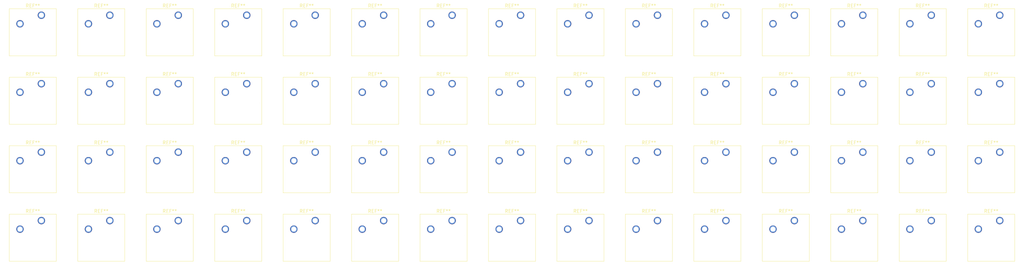
<source format=kicad_pcb>
(kicad_pcb (version 20211014) (generator pcbnew)
  (layers (0 "F.Cu" signal) (31 "B.Cu" signal) (34 "B.Paste" user) (35 "F.Paste" user) (36 "B.SilkS" user "B.Silkscreen") (37 "F.SilkS" user "F.Silkscreen") (38 "B.Mask" user) (39 "F.Mask" user) (44 "Edge.Cuts" user))
  (net 0 "")
  (footprint "Button_Switch_Keyboard:SW_Cherry_MX_1.00u_PCB" (layer "F.Cu") (at 93.98 48.26)
    (fp_text reference "REF**" (at -2.54 -2.794) (layer "F.SilkS"))
    (fp_text value "SW_Cherry_MX_1.00u_PCB")
    (pad "" np_thru_hole circle (at -2.54 5.08) (size 4 4) (drill 4) (layers *.Cu *.Mask))
    (pad "" np_thru_hole circle (at -7.62 5.08) (size 1.7 1.7) (drill 1.7) (layers *.Cu *.Mask))
    (pad "" np_thru_hole circle (at 2.54 5.08) (size 1.7 1.7) (drill 1.7) (layers *.Cu *.Mask))
    (pad "1" thru_hole circle (at 0 0) (size 2.2 2.2) (drill 1.5) (layers *.Cu *.Mask))
    (pad "2" thru_hole circle (at -6.35 2.54) (size 2.2 2.2) (drill 1.5) (layers *.Cu *.Mask))
  )
  (footprint "Button_Switch_Keyboard:SW_Cherry_MX_1.00u_PCB" (layer "F.Cu") (at 175.26 109.22)
    (fp_text reference "REF**" (at -2.54 -2.794) (layer "F.SilkS"))
    (fp_text value "SW_Cherry_MX_1.00u_PCB")
    (pad "" np_thru_hole circle (at -2.54 5.08) (size 4 4) (drill 4) (layers *.Cu *.Mask))
    (pad "" np_thru_hole circle (at -7.62 5.08) (size 1.7 1.7) (drill 1.7) (layers *.Cu *.Mask))
    (pad "" np_thru_hole circle (at 2.54 5.08) (size 1.7 1.7) (drill 1.7) (layers *.Cu *.Mask))
    (pad "1" thru_hole circle (at 0 0) (size 2.2 2.2) (drill 1.5) (layers *.Cu *.Mask))
    (pad "2" thru_hole circle (at -6.35 2.54) (size 2.2 2.2) (drill 1.5) (layers *.Cu *.Mask))
  )
  (footprint "Button_Switch_Keyboard:SW_Cherry_MX_1.00u_PCB" (layer "F.Cu") (at 276.86 48.26)
    (fp_text reference "REF**" (at -2.54 -2.794) (layer "F.SilkS"))
    (fp_text value "SW_Cherry_MX_1.00u_PCB")
    (pad "" np_thru_hole circle (at -2.54 5.08) (size 4 4) (drill 4) (layers *.Cu *.Mask))
    (pad "" np_thru_hole circle (at -7.62 5.08) (size 1.7 1.7) (drill 1.7) (layers *.Cu *.Mask))
    (pad "" np_thru_hole circle (at 2.54 5.08) (size 1.7 1.7) (drill 1.7) (layers *.Cu *.Mask))
    (pad "1" thru_hole circle (at 0 0) (size 2.2 2.2) (drill 1.5) (layers *.Cu *.Mask))
    (pad "2" thru_hole circle (at -6.35 2.54) (size 2.2 2.2) (drill 1.5) (layers *.Cu *.Mask))
  )
  (footprint "Button_Switch_Keyboard:SW_Cherry_MX_1.00u_PCB" (layer "F.Cu") (at 93.98 109.22)
    (fp_text reference "REF**" (at -2.54 -2.794) (layer "F.SilkS"))
    (fp_text value "SW_Cherry_MX_1.00u_PCB")
    (pad "" np_thru_hole circle (at -2.54 5.08) (size 4 4) (drill 4) (layers *.Cu *.Mask))
    (pad "" np_thru_hole circle (at -7.62 5.08) (size 1.7 1.7) (drill 1.7) (layers *.Cu *.Mask))
    (pad "" np_thru_hole circle (at 2.54 5.08) (size 1.7 1.7) (drill 1.7) (layers *.Cu *.Mask))
    (pad "1" thru_hole circle (at 0 0) (size 2.2 2.2) (drill 1.5) (layers *.Cu *.Mask))
    (pad "2" thru_hole circle (at -6.35 2.54) (size 2.2 2.2) (drill 1.5) (layers *.Cu *.Mask))
  )
  (footprint "Button_Switch_Keyboard:SW_Cherry_MX_1.00u_PCB" (layer "F.Cu") (at 53.34 68.58)
    (fp_text reference "REF**" (at -2.54 -2.794) (layer "F.SilkS"))
    (fp_text value "SW_Cherry_MX_1.00u_PCB")
    (pad "" np_thru_hole circle (at -2.54 5.08) (size 4 4) (drill 4) (layers *.Cu *.Mask))
    (pad "" np_thru_hole circle (at -7.62 5.08) (size 1.7 1.7) (drill 1.7) (layers *.Cu *.Mask))
    (pad "" np_thru_hole circle (at 2.54 5.08) (size 1.7 1.7) (drill 1.7) (layers *.Cu *.Mask))
    (pad "1" thru_hole circle (at 0 0) (size 2.2 2.2) (drill 1.5) (layers *.Cu *.Mask))
    (pad "2" thru_hole circle (at -6.35 2.54) (size 2.2 2.2) (drill 1.5) (layers *.Cu *.Mask))
  )
  (footprint "Button_Switch_Keyboard:SW_Cherry_MX_1.00u_PCB" (layer "F.Cu") (at 236.22 48.26)
    (fp_text reference "REF**" (at -2.54 -2.794) (layer "F.SilkS"))
    (fp_text value "SW_Cherry_MX_1.00u_PCB")
    (pad "" np_thru_hole circle (at -2.54 5.08) (size 4 4) (drill 4) (layers *.Cu *.Mask))
    (pad "" np_thru_hole circle (at -7.62 5.08) (size 1.7 1.7) (drill 1.7) (layers *.Cu *.Mask))
    (pad "" np_thru_hole circle (at 2.54 5.08) (size 1.7 1.7) (drill 1.7) (layers *.Cu *.Mask))
    (pad "1" thru_hole circle (at 0 0) (size 2.2 2.2) (drill 1.5) (layers *.Cu *.Mask))
    (pad "2" thru_hole circle (at -6.35 2.54) (size 2.2 2.2) (drill 1.5) (layers *.Cu *.Mask))
  )
  (footprint "Button_Switch_Keyboard:SW_Cherry_MX_1.00u_PCB" (layer "F.Cu") (at 114.3 48.26)
    (fp_text reference "REF**" (at -2.54 -2.794) (layer "F.SilkS"))
    (fp_text value "SW_Cherry_MX_1.00u_PCB")
    (pad "" np_thru_hole circle (at -2.54 5.08) (size 4 4) (drill 4) (layers *.Cu *.Mask))
    (pad "" np_thru_hole circle (at -7.62 5.08) (size 1.7 1.7) (drill 1.7) (layers *.Cu *.Mask))
    (pad "" np_thru_hole circle (at 2.54 5.08) (size 1.7 1.7) (drill 1.7) (layers *.Cu *.Mask))
    (pad "1" thru_hole circle (at 0 0) (size 2.2 2.2) (drill 1.5) (layers *.Cu *.Mask))
    (pad "2" thru_hole circle (at -6.35 2.54) (size 2.2 2.2) (drill 1.5) (layers *.Cu *.Mask))
  )
  (footprint "Button_Switch_Keyboard:SW_Cherry_MX_1.00u_PCB" (layer "F.Cu") (at 195.58 88.9)
    (fp_text reference "REF**" (at -2.54 -2.794) (layer "F.SilkS"))
    (fp_text value "SW_Cherry_MX_1.00u_PCB")
    (pad "" np_thru_hole circle (at -2.54 5.08) (size 4 4) (drill 4) (layers *.Cu *.Mask))
    (pad "" np_thru_hole circle (at -7.62 5.08) (size 1.7 1.7) (drill 1.7) (layers *.Cu *.Mask))
    (pad "" np_thru_hole circle (at 2.54 5.08) (size 1.7 1.7) (drill 1.7) (layers *.Cu *.Mask))
    (pad "1" thru_hole circle (at 0 0) (size 2.2 2.2) (drill 1.5) (layers *.Cu *.Mask))
    (pad "2" thru_hole circle (at -6.35 2.54) (size 2.2 2.2) (drill 1.5) (layers *.Cu *.Mask))
  )
  (footprint "Button_Switch_Keyboard:SW_Cherry_MX_1.00u_PCB" (layer "F.Cu") (at 317.5 48.26)
    (fp_text reference "REF**" (at -2.54 -2.794) (layer "F.SilkS"))
    (fp_text value "SW_Cherry_MX_1.00u_PCB")
    (pad "" np_thru_hole circle (at -2.54 5.08) (size 4 4) (drill 4) (layers *.Cu *.Mask))
    (pad "" np_thru_hole circle (at -7.62 5.08) (size 1.7 1.7) (drill 1.7) (layers *.Cu *.Mask))
    (pad "" np_thru_hole circle (at 2.54 5.08) (size 1.7 1.7) (drill 1.7) (layers *.Cu *.Mask))
    (pad "1" thru_hole circle (at 0 0) (size 2.2 2.2) (drill 1.5) (layers *.Cu *.Mask))
    (pad "2" thru_hole circle (at -6.35 2.54) (size 2.2 2.2) (drill 1.5) (layers *.Cu *.Mask))
  )
  (footprint "Button_Switch_Keyboard:SW_Cherry_MX_1.00u_PCB" (layer "F.Cu") (at 114.3 88.9)
    (fp_text reference "REF**" (at -2.54 -2.794) (layer "F.SilkS"))
    (fp_text value "SW_Cherry_MX_1.00u_PCB")
    (pad "" np_thru_hole circle (at -2.54 5.08) (size 4 4) (drill 4) (layers *.Cu *.Mask))
    (pad "" np_thru_hole circle (at -7.62 5.08) (size 1.7 1.7) (drill 1.7) (layers *.Cu *.Mask))
    (pad "" np_thru_hole circle (at 2.54 5.08) (size 1.7 1.7) (drill 1.7) (layers *.Cu *.Mask))
    (pad "1" thru_hole circle (at 0 0) (size 2.2 2.2) (drill 1.5) (layers *.Cu *.Mask))
    (pad "2" thru_hole circle (at -6.35 2.54) (size 2.2 2.2) (drill 1.5) (layers *.Cu *.Mask))
  )
  (footprint "Button_Switch_Keyboard:SW_Cherry_MX_1.00u_PCB" (layer "F.Cu") (at 236.22 68.58)
    (fp_text reference "REF**" (at -2.54 -2.794) (layer "F.SilkS"))
    (fp_text value "SW_Cherry_MX_1.00u_PCB")
    (pad "" np_thru_hole circle (at -2.54 5.08) (size 4 4) (drill 4) (layers *.Cu *.Mask))
    (pad "" np_thru_hole circle (at -7.62 5.08) (size 1.7 1.7) (drill 1.7) (layers *.Cu *.Mask))
    (pad "" np_thru_hole circle (at 2.54 5.08) (size 1.7 1.7) (drill 1.7) (layers *.Cu *.Mask))
    (pad "1" thru_hole circle (at 0 0) (size 2.2 2.2) (drill 1.5) (layers *.Cu *.Mask))
    (pad "2" thru_hole circle (at -6.35 2.54) (size 2.2 2.2) (drill 1.5) (layers *.Cu *.Mask))
  )
  (footprint "Button_Switch_Keyboard:SW_Cherry_MX_1.00u_PCB" (layer "F.Cu") (at 73.66 68.58)
    (fp_text reference "REF**" (at -2.54 -2.794) (layer "F.SilkS"))
    (fp_text value "SW_Cherry_MX_1.00u_PCB")
    (pad "" np_thru_hole circle (at -2.54 5.08) (size 4 4) (drill 4) (layers *.Cu *.Mask))
    (pad "" np_thru_hole circle (at -7.62 5.08) (size 1.7 1.7) (drill 1.7) (layers *.Cu *.Mask))
    (pad "" np_thru_hole circle (at 2.54 5.08) (size 1.7 1.7) (drill 1.7) (layers *.Cu *.Mask))
    (pad "1" thru_hole circle (at 0 0) (size 2.2 2.2) (drill 1.5) (layers *.Cu *.Mask))
    (pad "2" thru_hole circle (at -6.35 2.54) (size 2.2 2.2) (drill 1.5) (layers *.Cu *.Mask))
  )
  (footprint "Button_Switch_Keyboard:SW_Cherry_MX_1.00u_PCB" (layer "F.Cu") (at 175.26 68.58)
    (fp_text reference "REF**" (at -2.54 -2.794) (layer "F.SilkS"))
    (fp_text value "SW_Cherry_MX_1.00u_PCB")
    (pad "" np_thru_hole circle (at -2.54 5.08) (size 4 4) (drill 4) (layers *.Cu *.Mask))
    (pad "" np_thru_hole circle (at -7.62 5.08) (size 1.7 1.7) (drill 1.7) (layers *.Cu *.Mask))
    (pad "" np_thru_hole circle (at 2.54 5.08) (size 1.7 1.7) (drill 1.7) (layers *.Cu *.Mask))
    (pad "1" thru_hole circle (at 0 0) (size 2.2 2.2) (drill 1.5) (layers *.Cu *.Mask))
    (pad "2" thru_hole circle (at -6.35 2.54) (size 2.2 2.2) (drill 1.5) (layers *.Cu *.Mask))
  )
  (footprint "Button_Switch_Keyboard:SW_Cherry_MX_1.00u_PCB" (layer "F.Cu") (at 114.3 68.58)
    (fp_text reference "REF**" (at -2.54 -2.794) (layer "F.SilkS"))
    (fp_text value "SW_Cherry_MX_1.00u_PCB")
    (pad "" np_thru_hole circle (at -2.54 5.08) (size 4 4) (drill 4) (layers *.Cu *.Mask))
    (pad "" np_thru_hole circle (at -7.62 5.08) (size 1.7 1.7) (drill 1.7) (layers *.Cu *.Mask))
    (pad "" np_thru_hole circle (at 2.54 5.08) (size 1.7 1.7) (drill 1.7) (layers *.Cu *.Mask))
    (pad "1" thru_hole circle (at 0 0) (size 2.2 2.2) (drill 1.5) (layers *.Cu *.Mask))
    (pad "2" thru_hole circle (at -6.35 2.54) (size 2.2 2.2) (drill 1.5) (layers *.Cu *.Mask))
  )
  (footprint "Button_Switch_Keyboard:SW_Cherry_MX_1.00u_PCB" (layer "F.Cu") (at 276.86 109.22)
    (fp_text reference "REF**" (at -2.54 -2.794) (layer "F.SilkS"))
    (fp_text value "SW_Cherry_MX_1.00u_PCB")
    (pad "" np_thru_hole circle (at -2.54 5.08) (size 4 4) (drill 4) (layers *.Cu *.Mask))
    (pad "" np_thru_hole circle (at -7.62 5.08) (size 1.7 1.7) (drill 1.7) (layers *.Cu *.Mask))
    (pad "" np_thru_hole circle (at 2.54 5.08) (size 1.7 1.7) (drill 1.7) (layers *.Cu *.Mask))
    (pad "1" thru_hole circle (at 0 0) (size 2.2 2.2) (drill 1.5) (layers *.Cu *.Mask))
    (pad "2" thru_hole circle (at -6.35 2.54) (size 2.2 2.2) (drill 1.5) (layers *.Cu *.Mask))
  )
  (footprint "Button_Switch_Keyboard:SW_Cherry_MX_1.00u_PCB" (layer "F.Cu") (at 215.9 68.58)
    (fp_text reference "REF**" (at -2.54 -2.794) (layer "F.SilkS"))
    (fp_text value "SW_Cherry_MX_1.00u_PCB")
    (pad "" np_thru_hole circle (at -2.54 5.08) (size 4 4) (drill 4) (layers *.Cu *.Mask))
    (pad "" np_thru_hole circle (at -7.62 5.08) (size 1.7 1.7) (drill 1.7) (layers *.Cu *.Mask))
    (pad "" np_thru_hole circle (at 2.54 5.08) (size 1.7 1.7) (drill 1.7) (layers *.Cu *.Mask))
    (pad "1" thru_hole circle (at 0 0) (size 2.2 2.2) (drill 1.5) (layers *.Cu *.Mask))
    (pad "2" thru_hole circle (at -6.35 2.54) (size 2.2 2.2) (drill 1.5) (layers *.Cu *.Mask))
  )
  (footprint "Button_Switch_Keyboard:SW_Cherry_MX_1.00u_PCB" (layer "F.Cu") (at 73.66 109.22)
    (fp_text reference "REF**" (at -2.54 -2.794) (layer "F.SilkS"))
    (fp_text value "SW_Cherry_MX_1.00u_PCB")
    (pad "" np_thru_hole circle (at -2.54 5.08) (size 4 4) (drill 4) (layers *.Cu *.Mask))
    (pad "" np_thru_hole circle (at -7.62 5.08) (size 1.7 1.7) (drill 1.7) (layers *.Cu *.Mask))
    (pad "" np_thru_hole circle (at 2.54 5.08) (size 1.7 1.7) (drill 1.7) (layers *.Cu *.Mask))
    (pad "1" thru_hole circle (at 0 0) (size 2.2 2.2) (drill 1.5) (layers *.Cu *.Mask))
    (pad "2" thru_hole circle (at -6.35 2.54) (size 2.2 2.2) (drill 1.5) (layers *.Cu *.Mask))
  )
  (footprint "Button_Switch_Keyboard:SW_Cherry_MX_1.00u_PCB" (layer "F.Cu") (at 317.5 68.58)
    (fp_text reference "REF**" (at -2.54 -2.794) (layer "F.SilkS"))
    (fp_text value "SW_Cherry_MX_1.00u_PCB")
    (pad "" np_thru_hole circle (at -2.54 5.08) (size 4 4) (drill 4) (layers *.Cu *.Mask))
    (pad "" np_thru_hole circle (at -7.62 5.08) (size 1.7 1.7) (drill 1.7) (layers *.Cu *.Mask))
    (pad "" np_thru_hole circle (at 2.54 5.08) (size 1.7 1.7) (drill 1.7) (layers *.Cu *.Mask))
    (pad "1" thru_hole circle (at 0 0) (size 2.2 2.2) (drill 1.5) (layers *.Cu *.Mask))
    (pad "2" thru_hole circle (at -6.35 2.54) (size 2.2 2.2) (drill 1.5) (layers *.Cu *.Mask))
  )
  (footprint "Button_Switch_Keyboard:SW_Cherry_MX_1.00u_PCB" (layer "F.Cu") (at 195.58 48.26)
    (fp_text reference "REF**" (at -2.54 -2.794) (layer "F.SilkS"))
    (fp_text value "SW_Cherry_MX_1.00u_PCB")
    (pad "" np_thru_hole circle (at -2.54 5.08) (size 4 4) (drill 4) (layers *.Cu *.Mask))
    (pad "" np_thru_hole circle (at -7.62 5.08) (size 1.7 1.7) (drill 1.7) (layers *.Cu *.Mask))
    (pad "" np_thru_hole circle (at 2.54 5.08) (size 1.7 1.7) (drill 1.7) (layers *.Cu *.Mask))
    (pad "1" thru_hole circle (at 0 0) (size 2.2 2.2) (drill 1.5) (layers *.Cu *.Mask))
    (pad "2" thru_hole circle (at -6.35 2.54) (size 2.2 2.2) (drill 1.5) (layers *.Cu *.Mask))
  )
  (footprint "Button_Switch_Keyboard:SW_Cherry_MX_1.00u_PCB" (layer "F.Cu") (at 256.54 88.9)
    (fp_text reference "REF**" (at -2.54 -2.794) (layer "F.SilkS"))
    (fp_text value "SW_Cherry_MX_1.00u_PCB")
    (pad "" np_thru_hole circle (at -2.54 5.08) (size 4 4) (drill 4) (layers *.Cu *.Mask))
    (pad "" np_thru_hole circle (at -7.62 5.08) (size 1.7 1.7) (drill 1.7) (layers *.Cu *.Mask))
    (pad "" np_thru_hole circle (at 2.54 5.08) (size 1.7 1.7) (drill 1.7) (layers *.Cu *.Mask))
    (pad "1" thru_hole circle (at 0 0) (size 2.2 2.2) (drill 1.5) (layers *.Cu *.Mask))
    (pad "2" thru_hole circle (at -6.35 2.54) (size 2.2 2.2) (drill 1.5) (layers *.Cu *.Mask))
  )
  (footprint "Button_Switch_Keyboard:SW_Cherry_MX_1.00u_PCB" (layer "F.Cu") (at 33.02 88.9)
    (fp_text reference "REF**" (at -2.54 -2.794) (layer "F.SilkS"))
    (fp_text value "SW_Cherry_MX_1.00u_PCB")
    (pad "" np_thru_hole circle (at -2.54 5.08) (size 4 4) (drill 4) (layers *.Cu *.Mask))
    (pad "" np_thru_hole circle (at -7.62 5.08) (size 1.7 1.7) (drill 1.7) (layers *.Cu *.Mask))
    (pad "" np_thru_hole circle (at 2.54 5.08) (size 1.7 1.7) (drill 1.7) (layers *.Cu *.Mask))
    (pad "1" thru_hole circle (at 0 0) (size 2.2 2.2) (drill 1.5) (layers *.Cu *.Mask))
    (pad "2" thru_hole circle (at -6.35 2.54) (size 2.2 2.2) (drill 1.5) (layers *.Cu *.Mask))
  )
  (footprint "Button_Switch_Keyboard:SW_Cherry_MX_1.00u_PCB" (layer "F.Cu") (at 154.94 68.58)
    (fp_text reference "REF**" (at -2.54 -2.794) (layer "F.SilkS"))
    (fp_text value "SW_Cherry_MX_1.00u_PCB")
    (pad "" np_thru_hole circle (at -2.54 5.08) (size 4 4) (drill 4) (layers *.Cu *.Mask))
    (pad "" np_thru_hole circle (at -7.62 5.08) (size 1.7 1.7) (drill 1.7) (layers *.Cu *.Mask))
    (pad "" np_thru_hole circle (at 2.54 5.08) (size 1.7 1.7) (drill 1.7) (layers *.Cu *.Mask))
    (pad "1" thru_hole circle (at 0 0) (size 2.2 2.2) (drill 1.5) (layers *.Cu *.Mask))
    (pad "2" thru_hole circle (at -6.35 2.54) (size 2.2 2.2) (drill 1.5) (layers *.Cu *.Mask))
  )
  (footprint "Button_Switch_Keyboard:SW_Cherry_MX_1.00u_PCB" (layer "F.Cu") (at 236.22 88.9)
    (fp_text reference "REF**" (at -2.54 -2.794) (layer "F.SilkS"))
    (fp_text value "SW_Cherry_MX_1.00u_PCB")
    (pad "" np_thru_hole circle (at -2.54 5.08) (size 4 4) (drill 4) (layers *.Cu *.Mask))
    (pad "" np_thru_hole circle (at -7.62 5.08) (size 1.7 1.7) (drill 1.7) (layers *.Cu *.Mask))
    (pad "" np_thru_hole circle (at 2.54 5.08) (size 1.7 1.7) (drill 1.7) (layers *.Cu *.Mask))
    (pad "1" thru_hole circle (at 0 0) (size 2.2 2.2) (drill 1.5) (layers *.Cu *.Mask))
    (pad "2" thru_hole circle (at -6.35 2.54) (size 2.2 2.2) (drill 1.5) (layers *.Cu *.Mask))
  )
  (footprint "Button_Switch_Keyboard:SW_Cherry_MX_1.00u_PCB" (layer "F.Cu") (at 175.26 88.9)
    (fp_text reference "REF**" (at -2.54 -2.794) (layer "F.SilkS"))
    (fp_text value "SW_Cherry_MX_1.00u_PCB")
    (pad "" np_thru_hole circle (at -2.54 5.08) (size 4 4) (drill 4) (layers *.Cu *.Mask))
    (pad "" np_thru_hole circle (at -7.62 5.08) (size 1.7 1.7) (drill 1.7) (layers *.Cu *.Mask))
    (pad "" np_thru_hole circle (at 2.54 5.08) (size 1.7 1.7) (drill 1.7) (layers *.Cu *.Mask))
    (pad "1" thru_hole circle (at 0 0) (size 2.2 2.2) (drill 1.5) (layers *.Cu *.Mask))
    (pad "2" thru_hole circle (at -6.35 2.54) (size 2.2 2.2) (drill 1.5) (layers *.Cu *.Mask))
  )
  (footprint "Button_Switch_Keyboard:SW_Cherry_MX_1.00u_PCB" (layer "F.Cu") (at 236.22 109.22)
    (fp_text reference "REF**" (at -2.54 -2.794) (layer "F.SilkS"))
    (fp_text value "SW_Cherry_MX_1.00u_PCB")
    (pad "" np_thru_hole circle (at -2.54 5.08) (size 4 4) (drill 4) (layers *.Cu *.Mask))
    (pad "" np_thru_hole circle (at -7.62 5.08) (size 1.7 1.7) (drill 1.7) (layers *.Cu *.Mask))
    (pad "" np_thru_hole circle (at 2.54 5.08) (size 1.7 1.7) (drill 1.7) (layers *.Cu *.Mask))
    (pad "1" thru_hole circle (at 0 0) (size 2.2 2.2) (drill 1.5) (layers *.Cu *.Mask))
    (pad "2" thru_hole circle (at -6.35 2.54) (size 2.2 2.2) (drill 1.5) (layers *.Cu *.Mask))
  )
  (footprint "Button_Switch_Keyboard:SW_Cherry_MX_1.00u_PCB" (layer "F.Cu") (at 215.9 88.9)
    (fp_text reference "REF**" (at -2.54 -2.794) (layer "F.SilkS"))
    (fp_text value "SW_Cherry_MX_1.00u_PCB")
    (pad "" np_thru_hole circle (at -2.54 5.08) (size 4 4) (drill 4) (layers *.Cu *.Mask))
    (pad "" np_thru_hole circle (at -7.62 5.08) (size 1.7 1.7) (drill 1.7) (layers *.Cu *.Mask))
    (pad "" np_thru_hole circle (at 2.54 5.08) (size 1.7 1.7) (drill 1.7) (layers *.Cu *.Mask))
    (pad "1" thru_hole circle (at 0 0) (size 2.2 2.2) (drill 1.5) (layers *.Cu *.Mask))
    (pad "2" thru_hole circle (at -6.35 2.54) (size 2.2 2.2) (drill 1.5) (layers *.Cu *.Mask))
  )
  (footprint "Button_Switch_Keyboard:SW_Cherry_MX_1.00u_PCB" (layer "F.Cu") (at 175.26 48.26)
    (fp_text reference "REF**" (at -2.54 -2.794) (layer "F.SilkS"))
    (fp_text value "SW_Cherry_MX_1.00u_PCB")
    (pad "" np_thru_hole circle (at -2.54 5.08) (size 4 4) (drill 4) (layers *.Cu *.Mask))
    (pad "" np_thru_hole circle (at -7.62 5.08) (size 1.7 1.7) (drill 1.7) (layers *.Cu *.Mask))
    (pad "" np_thru_hole circle (at 2.54 5.08) (size 1.7 1.7) (drill 1.7) (layers *.Cu *.Mask))
    (pad "1" thru_hole circle (at 0 0) (size 2.2 2.2) (drill 1.5) (layers *.Cu *.Mask))
    (pad "2" thru_hole circle (at -6.35 2.54) (size 2.2 2.2) (drill 1.5) (layers *.Cu *.Mask))
  )
  (footprint "Button_Switch_Keyboard:SW_Cherry_MX_1.00u_PCB" (layer "F.Cu") (at 134.62 48.26)
    (fp_text reference "REF**" (at -2.54 -2.794) (layer "F.SilkS"))
    (fp_text value "SW_Cherry_MX_1.00u_PCB")
    (pad "" np_thru_hole circle (at -2.54 5.08) (size 4 4) (drill 4) (layers *.Cu *.Mask))
    (pad "" np_thru_hole circle (at -7.62 5.08) (size 1.7 1.7) (drill 1.7) (layers *.Cu *.Mask))
    (pad "" np_thru_hole circle (at 2.54 5.08) (size 1.7 1.7) (drill 1.7) (layers *.Cu *.Mask))
    (pad "1" thru_hole circle (at 0 0) (size 2.2 2.2) (drill 1.5) (layers *.Cu *.Mask))
    (pad "2" thru_hole circle (at -6.35 2.54) (size 2.2 2.2) (drill 1.5) (layers *.Cu *.Mask))
  )
  (footprint "Button_Switch_Keyboard:SW_Cherry_MX_1.00u_PCB" (layer "F.Cu") (at 297.18 48.26)
    (fp_text reference "REF**" (at -2.54 -2.794) (layer "F.SilkS"))
    (fp_text value "SW_Cherry_MX_1.00u_PCB")
    (pad "" np_thru_hole circle (at -2.54 5.08) (size 4 4) (drill 4) (layers *.Cu *.Mask))
    (pad "" np_thru_hole circle (at -7.62 5.08) (size 1.7 1.7) (drill 1.7) (layers *.Cu *.Mask))
    (pad "" np_thru_hole circle (at 2.54 5.08) (size 1.7 1.7) (drill 1.7) (layers *.Cu *.Mask))
    (pad "1" thru_hole circle (at 0 0) (size 2.2 2.2) (drill 1.5) (layers *.Cu *.Mask))
    (pad "2" thru_hole circle (at -6.35 2.54) (size 2.2 2.2) (drill 1.5) (layers *.Cu *.Mask))
  )
  (footprint "Button_Switch_Keyboard:SW_Cherry_MX_1.00u_PCB" (layer "F.Cu") (at 276.86 88.9)
    (fp_text reference "REF**" (at -2.54 -2.794) (layer "F.SilkS"))
    (fp_text value "SW_Cherry_MX_1.00u_PCB")
    (pad "" np_thru_hole circle (at -2.54 5.08) (size 4 4) (drill 4) (layers *.Cu *.Mask))
    (pad "" np_thru_hole circle (at -7.62 5.08) (size 1.7 1.7) (drill 1.7) (layers *.Cu *.Mask))
    (pad "" np_thru_hole circle (at 2.54 5.08) (size 1.7 1.7) (drill 1.7) (layers *.Cu *.Mask))
    (pad "1" thru_hole circle (at 0 0) (size 2.2 2.2) (drill 1.5) (layers *.Cu *.Mask))
    (pad "2" thru_hole circle (at -6.35 2.54) (size 2.2 2.2) (drill 1.5) (layers *.Cu *.Mask))
  )
  (footprint "Button_Switch_Keyboard:SW_Cherry_MX_1.00u_PCB" (layer "F.Cu") (at 93.98 88.9)
    (fp_text reference "REF**" (at -2.54 -2.794) (layer "F.SilkS"))
    (fp_text value "SW_Cherry_MX_1.00u_PCB")
    (pad "" np_thru_hole circle (at -2.54 5.08) (size 4 4) (drill 4) (layers *.Cu *.Mask))
    (pad "" np_thru_hole circle (at -7.62 5.08) (size 1.7 1.7) (drill 1.7) (layers *.Cu *.Mask))
    (pad "" np_thru_hole circle (at 2.54 5.08) (size 1.7 1.7) (drill 1.7) (layers *.Cu *.Mask))
    (pad "1" thru_hole circle (at 0 0) (size 2.2 2.2) (drill 1.5) (layers *.Cu *.Mask))
    (pad "2" thru_hole circle (at -6.35 2.54) (size 2.2 2.2) (drill 1.5) (layers *.Cu *.Mask))
  )
  (footprint "Button_Switch_Keyboard:SW_Cherry_MX_1.00u_PCB" (layer "F.Cu") (at 134.62 68.58)
    (fp_text reference "REF**" (at -2.54 -2.794) (layer "F.SilkS"))
    (fp_text value "SW_Cherry_MX_1.00u_PCB")
    (pad "" np_thru_hole circle (at -2.54 5.08) (size 4 4) (drill 4) (layers *.Cu *.Mask))
    (pad "" np_thru_hole circle (at -7.62 5.08) (size 1.7 1.7) (drill 1.7) (layers *.Cu *.Mask))
    (pad "" np_thru_hole circle (at 2.54 5.08) (size 1.7 1.7) (drill 1.7) (layers *.Cu *.Mask))
    (pad "1" thru_hole circle (at 0 0) (size 2.2 2.2) (drill 1.5) (layers *.Cu *.Mask))
    (pad "2" thru_hole circle (at -6.35 2.54) (size 2.2 2.2) (drill 1.5) (layers *.Cu *.Mask))
  )
  (footprint "Button_Switch_Keyboard:SW_Cherry_MX_1.00u_PCB" (layer "F.Cu") (at 33.02 48.26)
    (fp_text reference "REF**" (at -2.54 -2.794) (layer "F.SilkS"))
    (fp_text value "SW_Cherry_MX_1.00u_PCB")
    (pad "" np_thru_hole circle (at -2.54 5.08) (size 4 4) (drill 4) (layers *.Cu *.Mask))
    (pad "" np_thru_hole circle (at -7.62 5.08) (size 1.7 1.7) (drill 1.7) (layers *.Cu *.Mask))
    (pad "" np_thru_hole circle (at 2.54 5.08) (size 1.7 1.7) (drill 1.7) (layers *.Cu *.Mask))
    (pad "1" thru_hole circle (at 0 0) (size 2.2 2.2) (drill 1.5) (layers *.Cu *.Mask))
    (pad "2" thru_hole circle (at -6.35 2.54) (size 2.2 2.2) (drill 1.5) (layers *.Cu *.Mask))
  )
  (footprint "Button_Switch_Keyboard:SW_Cherry_MX_1.00u_PCB" (layer "F.Cu") (at 73.66 88.9)
    (fp_text reference "REF**" (at -2.54 -2.794) (layer "F.SilkS"))
    (fp_text value "SW_Cherry_MX_1.00u_PCB")
    (pad "" np_thru_hole circle (at -2.54 5.08) (size 4 4) (drill 4) (layers *.Cu *.Mask))
    (pad "" np_thru_hole circle (at -7.62 5.08) (size 1.7 1.7) (drill 1.7) (layers *.Cu *.Mask))
    (pad "" np_thru_hole circle (at 2.54 5.08) (size 1.7 1.7) (drill 1.7) (layers *.Cu *.Mask))
    (pad "1" thru_hole circle (at 0 0) (size 2.2 2.2) (drill 1.5) (layers *.Cu *.Mask))
    (pad "2" thru_hole circle (at -6.35 2.54) (size 2.2 2.2) (drill 1.5) (layers *.Cu *.Mask))
  )
  (footprint "Button_Switch_Keyboard:SW_Cherry_MX_1.00u_PCB" (layer "F.Cu") (at 33.02 68.58)
    (fp_text reference "REF**" (at -2.54 -2.794) (layer "F.SilkS"))
    (fp_text value "SW_Cherry_MX_1.00u_PCB")
    (pad "" np_thru_hole circle (at -2.54 5.08) (size 4 4) (drill 4) (layers *.Cu *.Mask))
    (pad "" np_thru_hole circle (at -7.62 5.08) (size 1.7 1.7) (drill 1.7) (layers *.Cu *.Mask))
    (pad "" np_thru_hole circle (at 2.54 5.08) (size 1.7 1.7) (drill 1.7) (layers *.Cu *.Mask))
    (pad "1" thru_hole circle (at 0 0) (size 2.2 2.2) (drill 1.5) (layers *.Cu *.Mask))
    (pad "2" thru_hole circle (at -6.35 2.54) (size 2.2 2.2) (drill 1.5) (layers *.Cu *.Mask))
  )
  (footprint "Button_Switch_Keyboard:SW_Cherry_MX_1.00u_PCB" (layer "F.Cu") (at 276.86 68.58)
    (fp_text reference "REF**" (at -2.54 -2.794) (layer "F.SilkS"))
    (fp_text value "SW_Cherry_MX_1.00u_PCB")
    (pad "" np_thru_hole circle (at -2.54 5.08) (size 4 4) (drill 4) (layers *.Cu *.Mask))
    (pad "" np_thru_hole circle (at -7.62 5.08) (size 1.7 1.7) (drill 1.7) (layers *.Cu *.Mask))
    (pad "" np_thru_hole circle (at 2.54 5.08) (size 1.7 1.7) (drill 1.7) (layers *.Cu *.Mask))
    (pad "1" thru_hole circle (at 0 0) (size 2.2 2.2) (drill 1.5) (layers *.Cu *.Mask))
    (pad "2" thru_hole circle (at -6.35 2.54) (size 2.2 2.2) (drill 1.5) (layers *.Cu *.Mask))
  )
  (footprint "Button_Switch_Keyboard:SW_Cherry_MX_1.00u_PCB" (layer "F.Cu") (at 195.58 68.58)
    (fp_text reference "REF**" (at -2.54 -2.794) (layer "F.SilkS"))
    (fp_text value "SW_Cherry_MX_1.00u_PCB")
    (pad "" np_thru_hole circle (at -2.54 5.08) (size 4 4) (drill 4) (layers *.Cu *.Mask))
    (pad "" np_thru_hole circle (at -7.62 5.08) (size 1.7 1.7) (drill 1.7) (layers *.Cu *.Mask))
    (pad "" np_thru_hole circle (at 2.54 5.08) (size 1.7 1.7) (drill 1.7) (layers *.Cu *.Mask))
    (pad "1" thru_hole circle (at 0 0) (size 2.2 2.2) (drill 1.5) (layers *.Cu *.Mask))
    (pad "2" thru_hole circle (at -6.35 2.54) (size 2.2 2.2) (drill 1.5) (layers *.Cu *.Mask))
  )
  (footprint "Button_Switch_Keyboard:SW_Cherry_MX_1.00u_PCB" (layer "F.Cu") (at 134.62 88.9)
    (fp_text reference "REF**" (at -2.54 -2.794) (layer "F.SilkS"))
    (fp_text value "SW_Cherry_MX_1.00u_PCB")
    (pad "" np_thru_hole circle (at -2.54 5.08) (size 4 4) (drill 4) (layers *.Cu *.Mask))
    (pad "" np_thru_hole circle (at -7.62 5.08) (size 1.7 1.7) (drill 1.7) (layers *.Cu *.Mask))
    (pad "" np_thru_hole circle (at 2.54 5.08) (size 1.7 1.7) (drill 1.7) (layers *.Cu *.Mask))
    (pad "1" thru_hole circle (at 0 0) (size 2.2 2.2) (drill 1.5) (layers *.Cu *.Mask))
    (pad "2" thru_hole circle (at -6.35 2.54) (size 2.2 2.2) (drill 1.5) (layers *.Cu *.Mask))
  )
  (footprint "Button_Switch_Keyboard:SW_Cherry_MX_1.00u_PCB" (layer "F.Cu") (at 256.54 68.58)
    (fp_text reference "REF**" (at -2.54 -2.794) (layer "F.SilkS"))
    (fp_text value "SW_Cherry_MX_1.00u_PCB")
    (pad "" np_thru_hole circle (at -2.54 5.08) (size 4 4) (drill 4) (layers *.Cu *.Mask))
    (pad "" np_thru_hole circle (at -7.62 5.08) (size 1.7 1.7) (drill 1.7) (layers *.Cu *.Mask))
    (pad "" np_thru_hole circle (at 2.54 5.08) (size 1.7 1.7) (drill 1.7) (layers *.Cu *.Mask))
    (pad "1" thru_hole circle (at 0 0) (size 2.2 2.2) (drill 1.5) (layers *.Cu *.Mask))
    (pad "2" thru_hole circle (at -6.35 2.54) (size 2.2 2.2) (drill 1.5) (layers *.Cu *.Mask))
  )
  (footprint "Button_Switch_Keyboard:SW_Cherry_MX_1.00u_PCB" (layer "F.Cu") (at 154.94 88.9)
    (fp_text reference "REF**" (at -2.54 -2.794) (layer "F.SilkS"))
    (fp_text value "SW_Cherry_MX_1.00u_PCB")
    (pad "" np_thru_hole circle (at -2.54 5.08) (size 4 4) (drill 4) (layers *.Cu *.Mask))
    (pad "" np_thru_hole circle (at -7.62 5.08) (size 1.7 1.7) (drill 1.7) (layers *.Cu *.Mask))
    (pad "" np_thru_hole circle (at 2.54 5.08) (size 1.7 1.7) (drill 1.7) (layers *.Cu *.Mask))
    (pad "1" thru_hole circle (at 0 0) (size 2.2 2.2) (drill 1.5) (layers *.Cu *.Mask))
    (pad "2" thru_hole circle (at -6.35 2.54) (size 2.2 2.2) (drill 1.5) (layers *.Cu *.Mask))
  )
  (footprint "Button_Switch_Keyboard:SW_Cherry_MX_1.00u_PCB" (layer "F.Cu") (at 93.98 68.58)
    (fp_text reference "REF**" (at -2.54 -2.794) (layer "F.SilkS"))
    (fp_text value "SW_Cherry_MX_1.00u_PCB")
    (pad "" np_thru_hole circle (at -2.54 5.08) (size 4 4) (drill 4) (layers *.Cu *.Mask))
    (pad "" np_thru_hole circle (at -7.62 5.08) (size 1.7 1.7) (drill 1.7) (layers *.Cu *.Mask))
    (pad "" np_thru_hole circle (at 2.54 5.08) (size 1.7 1.7) (drill 1.7) (layers *.Cu *.Mask))
    (pad "1" thru_hole circle (at 0 0) (size 2.2 2.2) (drill 1.5) (layers *.Cu *.Mask))
    (pad "2" thru_hole circle (at -6.35 2.54) (size 2.2 2.2) (drill 1.5) (layers *.Cu *.Mask))
  )
  (footprint "Button_Switch_Keyboard:SW_Cherry_MX_1.00u_PCB" (layer "F.Cu") (at 317.5 88.9)
    (fp_text reference "REF**" (at -2.54 -2.794) (layer "F.SilkS"))
    (fp_text value "SW_Cherry_MX_1.00u_PCB")
    (pad "" np_thru_hole circle (at -2.54 5.08) (size 4 4) (drill 4) (layers *.Cu *.Mask))
    (pad "" np_thru_hole circle (at -7.62 5.08) (size 1.7 1.7) (drill 1.7) (layers *.Cu *.Mask))
    (pad "" np_thru_hole circle (at 2.54 5.08) (size 1.7 1.7) (drill 1.7) (layers *.Cu *.Mask))
    (pad "1" thru_hole circle (at 0 0) (size 2.2 2.2) (drill 1.5) (layers *.Cu *.Mask))
    (pad "2" thru_hole circle (at -6.35 2.54) (size 2.2 2.2) (drill 1.5) (layers *.Cu *.Mask))
  )
  (footprint "Button_Switch_Keyboard:SW_Cherry_MX_1.00u_PCB" (layer "F.Cu") (at 114.3 109.22)
    (fp_text reference "REF**" (at -2.54 -2.794) (layer "F.SilkS"))
    (fp_text value "SW_Cherry_MX_1.00u_PCB")
    (pad "" np_thru_hole circle (at -2.54 5.08) (size 4 4) (drill 4) (layers *.Cu *.Mask))
    (pad "" np_thru_hole circle (at -7.62 5.08) (size 1.7 1.7) (drill 1.7) (layers *.Cu *.Mask))
    (pad "" np_thru_hole circle (at 2.54 5.08) (size 1.7 1.7) (drill 1.7) (layers *.Cu *.Mask))
    (pad "1" thru_hole circle (at 0 0) (size 2.2 2.2) (drill 1.5) (layers *.Cu *.Mask))
    (pad "2" thru_hole circle (at -6.35 2.54) (size 2.2 2.2) (drill 1.5) (layers *.Cu *.Mask))
  )
  (footprint "Button_Switch_Keyboard:SW_Cherry_MX_1.00u_PCB" (layer "F.Cu") (at 256.54 48.26)
    (fp_text reference "REF**" (at -2.54 -2.794) (layer "F.SilkS"))
    (fp_text value "SW_Cherry_MX_1.00u_PCB")
    (pad "" np_thru_hole circle (at -2.54 5.08) (size 4 4) (drill 4) (layers *.Cu *.Mask))
    (pad "" np_thru_hole circle (at -7.62 5.08) (size 1.7 1.7) (drill 1.7) (layers *.Cu *.Mask))
    (pad "" np_thru_hole circle (at 2.54 5.08) (size 1.7 1.7) (drill 1.7) (layers *.Cu *.Mask))
    (pad "1" thru_hole circle (at 0 0) (size 2.2 2.2) (drill 1.5) (layers *.Cu *.Mask))
    (pad "2" thru_hole circle (at -6.35 2.54) (size 2.2 2.2) (drill 1.5) (layers *.Cu *.Mask))
  )
  (footprint "Button_Switch_Keyboard:SW_Cherry_MX_1.00u_PCB" (layer "F.Cu") (at 154.94 109.22)
    (fp_text reference "REF**" (at -2.54 -2.794) (layer "F.SilkS"))
    (fp_text value "SW_Cherry_MX_1.00u_PCB")
    (pad "" np_thru_hole circle (at -2.54 5.08) (size 4 4) (drill 4) (layers *.Cu *.Mask))
    (pad "" np_thru_hole circle (at -7.62 5.08) (size 1.7 1.7) (drill 1.7) (layers *.Cu *.Mask))
    (pad "" np_thru_hole circle (at 2.54 5.08) (size 1.7 1.7) (drill 1.7) (layers *.Cu *.Mask))
    (pad "1" thru_hole circle (at 0 0) (size 2.2 2.2) (drill 1.5) (layers *.Cu *.Mask))
    (pad "2" thru_hole circle (at -6.35 2.54) (size 2.2 2.2) (drill 1.5) (layers *.Cu *.Mask))
  )
  (footprint "Button_Switch_Keyboard:SW_Cherry_MX_1.00u_PCB" (layer "F.Cu") (at 134.62 109.22)
    (fp_text reference "REF**" (at -2.54 -2.794) (layer "F.SilkS"))
    (fp_text value "SW_Cherry_MX_1.00u_PCB")
    (pad "" np_thru_hole circle (at -2.54 5.08) (size 4 4) (drill 4) (layers *.Cu *.Mask))
    (pad "" np_thru_hole circle (at -7.62 5.08) (size 1.7 1.7) (drill 1.7) (layers *.Cu *.Mask))
    (pad "" np_thru_hole circle (at 2.54 5.08) (size 1.7 1.7) (drill 1.7) (layers *.Cu *.Mask))
    (pad "1" thru_hole circle (at 0 0) (size 2.2 2.2) (drill 1.5) (layers *.Cu *.Mask))
    (pad "2" thru_hole circle (at -6.35 2.54) (size 2.2 2.2) (drill 1.5) (layers *.Cu *.Mask))
  )
  (footprint "Button_Switch_Keyboard:SW_Cherry_MX_1.00u_PCB" (layer "F.Cu") (at 297.18 68.58)
    (fp_text reference "REF**" (at -2.54 -2.794) (layer "F.SilkS"))
    (fp_text value "SW_Cherry_MX_1.00u_PCB")
    (pad "" np_thru_hole circle (at -2.54 5.08) (size 4 4) (drill 4) (layers *.Cu *.Mask))
    (pad "" np_thru_hole circle (at -7.62 5.08) (size 1.7 1.7) (drill 1.7) (layers *.Cu *.Mask))
    (pad "" np_thru_hole circle (at 2.54 5.08) (size 1.7 1.7) (drill 1.7) (layers *.Cu *.Mask))
    (pad "1" thru_hole circle (at 0 0) (size 2.2 2.2) (drill 1.5) (layers *.Cu *.Mask))
    (pad "2" thru_hole circle (at -6.35 2.54) (size 2.2 2.2) (drill 1.5) (layers *.Cu *.Mask))
  )
  (footprint "Button_Switch_Keyboard:SW_Cherry_MX_1.00u_PCB" (layer "F.Cu") (at 215.9 48.26)
    (fp_text reference "REF**" (at -2.54 -2.794) (layer "F.SilkS"))
    (fp_text value "SW_Cherry_MX_1.00u_PCB")
    (pad "" np_thru_hole circle (at -2.54 5.08) (size 4 4) (drill 4) (layers *.Cu *.Mask))
    (pad "" np_thru_hole circle (at -7.62 5.08) (size 1.7 1.7) (drill 1.7) (layers *.Cu *.Mask))
    (pad "" np_thru_hole circle (at 2.54 5.08) (size 1.7 1.7) (drill 1.7) (layers *.Cu *.Mask))
    (pad "1" thru_hole circle (at 0 0) (size 2.2 2.2) (drill 1.5) (layers *.Cu *.Mask))
    (pad "2" thru_hole circle (at -6.35 2.54) (size 2.2 2.2) (drill 1.5) (layers *.Cu *.Mask))
  )
  (footprint "Button_Switch_Keyboard:SW_Cherry_MX_1.00u_PCB" (layer "F.Cu") (at 53.34 109.22)
    (fp_text reference "REF**" (at -2.54 -2.794) (layer "F.SilkS"))
    (fp_text value "SW_Cherry_MX_1.00u_PCB")
    (pad "" np_thru_hole circle (at -2.54 5.08) (size 4 4) (drill 4) (layers *.Cu *.Mask))
    (pad "" np_thru_hole circle (at -7.62 5.08) (size 1.7 1.7) (drill 1.7) (layers *.Cu *.Mask))
    (pad "" np_thru_hole circle (at 2.54 5.08) (size 1.7 1.7) (drill 1.7) (layers *.Cu *.Mask))
    (pad "1" thru_hole circle (at 0 0) (size 2.2 2.2) (drill 1.5) (layers *.Cu *.Mask))
    (pad "2" thru_hole circle (at -6.35 2.54) (size 2.2 2.2) (drill 1.5) (layers *.Cu *.Mask))
  )
  (footprint "Button_Switch_Keyboard:SW_Cherry_MX_1.00u_PCB" (layer "F.Cu") (at 53.34 88.9)
    (fp_text reference "REF**" (at -2.54 -2.794) (layer "F.SilkS"))
    (fp_text value "SW_Cherry_MX_1.00u_PCB")
    (pad "" np_thru_hole circle (at -2.54 5.08) (size 4 4) (drill 4) (layers *.Cu *.Mask))
    (pad "" np_thru_hole circle (at -7.62 5.08) (size 1.7 1.7) (drill 1.7) (layers *.Cu *.Mask))
    (pad "" np_thru_hole circle (at 2.54 5.08) (size 1.7 1.7) (drill 1.7) (layers *.Cu *.Mask))
    (pad "1" thru_hole circle (at 0 0) (size 2.2 2.2) (drill 1.5) (layers *.Cu *.Mask))
    (pad "2" thru_hole circle (at -6.35 2.54) (size 2.2 2.2) (drill 1.5) (layers *.Cu *.Mask))
  )
  (footprint "Button_Switch_Keyboard:SW_Cherry_MX_1.00u_PCB" (layer "F.Cu") (at 215.9 109.22)
    (fp_text reference "REF**" (at -2.54 -2.794) (layer "F.SilkS"))
    (fp_text value "SW_Cherry_MX_1.00u_PCB")
    (pad "" np_thru_hole circle (at -2.54 5.08) (size 4 4) (drill 4) (layers *.Cu *.Mask))
    (pad "" np_thru_hole circle (at -7.62 5.08) (size 1.7 1.7) (drill 1.7) (layers *.Cu *.Mask))
    (pad "" np_thru_hole circle (at 2.54 5.08) (size 1.7 1.7) (drill 1.7) (layers *.Cu *.Mask))
    (pad "1" thru_hole circle (at 0 0) (size 2.2 2.2) (drill 1.5) (layers *.Cu *.Mask))
    (pad "2" thru_hole circle (at -6.35 2.54) (size 2.2 2.2) (drill 1.5) (layers *.Cu *.Mask))
  )
  (footprint "Button_Switch_Keyboard:SW_Cherry_MX_1.00u_PCB" (layer "F.Cu") (at 33.02 109.22)
    (fp_text reference "REF**" (at -2.54 -2.794) (layer "F.SilkS"))
    (fp_text value "SW_Cherry_MX_1.00u_PCB")
    (pad "" np_thru_hole circle (at -2.54 5.08) (size 4 4) (drill 4) (layers *.Cu *.Mask))
    (pad "" np_thru_hole circle (at -7.62 5.08) (size 1.7 1.7) (drill 1.7) (layers *.Cu *.Mask))
    (pad "" np_thru_hole circle (at 2.54 5.08) (size 1.7 1.7) (drill 1.7) (layers *.Cu *.Mask))
    (pad "1" thru_hole circle (at 0 0) (size 2.2 2.2) (drill 1.5) (layers *.Cu *.Mask))
    (pad "2" thru_hole circle (at -6.35 2.54) (size 2.2 2.2) (drill 1.5) (layers *.Cu *.Mask))
  )
  (footprint "Button_Switch_Keyboard:SW_Cherry_MX_1.00u_PCB" (layer "F.Cu") (at 195.58 109.22)
    (fp_text reference "REF**" (at -2.54 -2.794) (layer "F.SilkS"))
    (fp_text value "SW_Cherry_MX_1.00u_PCB")
    (pad "" np_thru_hole circle (at -2.54 5.08) (size 4 4) (drill 4) (layers *.Cu *.Mask))
    (pad "" np_thru_hole circle (at -7.62 5.08) (size 1.7 1.7) (drill 1.7) (layers *.Cu *.Mask))
    (pad "" np_thru_hole circle (at 2.54 5.08) (size 1.7 1.7) (drill 1.7) (layers *.Cu *.Mask))
    (pad "1" thru_hole circle (at 0 0) (size 2.2 2.2) (drill 1.5) (layers *.Cu *.Mask))
    (pad "2" thru_hole circle (at -6.35 2.54) (size 2.2 2.2) (drill 1.5) (layers *.Cu *.Mask))
  )
  (footprint "Button_Switch_Keyboard:SW_Cherry_MX_1.00u_PCB" (layer "F.Cu") (at 297.18 109.22)
    (fp_text reference "REF**" (at -2.54 -2.794) (layer "F.SilkS"))
    (fp_text value "SW_Cherry_MX_1.00u_PCB")
    (pad "" np_thru_hole circle (at -2.54 5.08) (size 4 4) (drill 4) (layers *.Cu *.Mask))
    (pad "" np_thru_hole circle (at -7.62 5.08) (size 1.7 1.7) (drill 1.7) (layers *.Cu *.Mask))
    (pad "" np_thru_hole circle (at 2.54 5.08) (size 1.7 1.7) (drill 1.7) (layers *.Cu *.Mask))
    (pad "1" thru_hole circle (at 0 0) (size 2.2 2.2) (drill 1.5) (layers *.Cu *.Mask))
    (pad "2" thru_hole circle (at -6.35 2.54) (size 2.2 2.2) (drill 1.5) (layers *.Cu *.Mask))
  )
  (footprint "Button_Switch_Keyboard:SW_Cherry_MX_1.00u_PCB" (layer "F.Cu") (at 73.66 48.26)
    (fp_text reference "REF**" (at -2.54 -2.794) (layer "F.SilkS"))
    (fp_text value "SW_Cherry_MX_1.00u_PCB")
    (pad "" np_thru_hole circle (at -2.54 5.08) (size 4 4) (drill 4) (layers *.Cu *.Mask))
    (pad "" np_thru_hole circle (at -7.62 5.08) (size 1.7 1.7) (drill 1.7) (layers *.Cu *.Mask))
    (pad "" np_thru_hole circle (at 2.54 5.08) (size 1.7 1.7) (drill 1.7) (layers *.Cu *.Mask))
    (pad "1" thru_hole circle (at 0 0) (size 2.2 2.2) (drill 1.5) (layers *.Cu *.Mask))
    (pad "2" thru_hole circle (at -6.35 2.54) (size 2.2 2.2) (drill 1.5) (layers *.Cu *.Mask))
  )
  (footprint "Button_Switch_Keyboard:SW_Cherry_MX_1.00u_PCB" (layer "F.Cu") (at 154.94 48.26)
    (fp_text reference "REF**" (at -2.54 -2.794) (layer "F.SilkS"))
    (fp_text value "SW_Cherry_MX_1.00u_PCB")
    (pad "" np_thru_hole circle (at -2.54 5.08) (size 4 4) (drill 4) (layers *.Cu *.Mask))
    (pad "" np_thru_hole circle (at -7.62 5.08) (size 1.7 1.7) (drill 1.7) (layers *.Cu *.Mask))
    (pad "" np_thru_hole circle (at 2.54 5.08) (size 1.7 1.7) (drill 1.7) (layers *.Cu *.Mask))
    (pad "1" thru_hole circle (at 0 0) (size 2.2 2.2) (drill 1.5) (layers *.Cu *.Mask))
    (pad "2" thru_hole circle (at -6.35 2.54) (size 2.2 2.2) (drill 1.5) (layers *.Cu *.Mask))
  )
  (footprint "Button_Switch_Keyboard:SW_Cherry_MX_1.00u_PCB" (layer "F.Cu") (at 297.18 88.9)
    (fp_text reference "REF**" (at -2.54 -2.794) (layer "F.SilkS"))
    (fp_text value "SW_Cherry_MX_1.00u_PCB")
    (pad "" np_thru_hole circle (at -2.54 5.08) (size 4 4) (drill 4) (layers *.Cu *.Mask))
    (pad "" np_thru_hole circle (at -7.62 5.08) (size 1.7 1.7) (drill 1.7) (layers *.Cu *.Mask))
    (pad "" np_thru_hole circle (at 2.54 5.08) (size 1.7 1.7) (drill 1.7) (layers *.Cu *.Mask))
    (pad "1" thru_hole circle (at 0 0) (size 2.2 2.2) (drill 1.5) (layers *.Cu *.Mask))
    (pad "2" thru_hole circle (at -6.35 2.54) (size 2.2 2.2) (drill 1.5) (layers *.Cu *.Mask))
  )
  (footprint "Button_Switch_Keyboard:SW_Cherry_MX_1.00u_PCB" (layer "F.Cu") (at 256.54 109.22)
    (fp_text reference "REF**" (at -2.54 -2.794) (layer "F.SilkS"))
    (fp_text value "SW_Cherry_MX_1.00u_PCB")
    (pad "" np_thru_hole circle (at -2.54 5.08) (size 4 4) (drill 4) (layers *.Cu *.Mask))
    (pad "" np_thru_hole circle (at -7.62 5.08) (size 1.7 1.7) (drill 1.7) (layers *.Cu *.Mask))
    (pad "" np_thru_hole circle (at 2.54 5.08) (size 1.7 1.7) (drill 1.7) (layers *.Cu *.Mask))
    (pad "1" thru_hole circle (at 0 0) (size 2.2 2.2) (drill 1.5) (layers *.Cu *.Mask))
    (pad "2" thru_hole circle (at -6.35 2.54) (size 2.2 2.2) (drill 1.5) (layers *.Cu *.Mask))
  )
  (footprint "Button_Switch_Keyboard:SW_Cherry_MX_1.00u_PCB" (layer "F.Cu") (at 317.5 109.22)
    (fp_text reference "REF**" (at -2.54 -2.794) (layer "F.SilkS"))
    (fp_text value "SW_Cherry_MX_1.00u_PCB")
    (pad "" np_thru_hole circle (at -2.54 5.08) (size 4 4) (drill 4) (layers *.Cu *.Mask))
    (pad "" np_thru_hole circle (at -7.62 5.08) (size 1.7 1.7) (drill 1.7) (layers *.Cu *.Mask))
    (pad "" np_thru_hole circle (at 2.54 5.08) (size 1.7 1.7) (drill 1.7) (layers *.Cu *.Mask))
    (pad "1" thru_hole circle (at 0 0) (size 2.2 2.2) (drill 1.5) (layers *.Cu *.Mask))
    (pad "2" thru_hole circle (at -6.35 2.54) (size 2.2 2.2) (drill 1.5) (layers *.Cu *.Mask))
  )
  (footprint "Button_Switch_Keyboard:SW_Cherry_MX_1.00u_PCB" (layer "F.Cu") (at 53.34 48.26)
    (fp_text reference "REF**" (at -2.54 -2.794) (layer "F.SilkS"))
    (fp_text value "SW_Cherry_MX_1.00u_PCB")
    (pad "" np_thru_hole circle (at -2.54 5.08) (size 4 4) (drill 4) (layers *.Cu *.Mask))
    (pad "" np_thru_hole circle (at -7.62 5.08) (size 1.7 1.7) (drill 1.7) (layers *.Cu *.Mask))
    (pad "" np_thru_hole circle (at 2.54 5.08) (size 1.7 1.7) (drill 1.7) (layers *.Cu *.Mask))
    (pad "1" thru_hole circle (at 0 0) (size 2.2 2.2) (drill 1.5) (layers *.Cu *.Mask))
    (pad "2" thru_hole circle (at -6.35 2.54) (size 2.2 2.2) (drill 1.5) (layers *.Cu *.Mask))
  )
)
</source>
